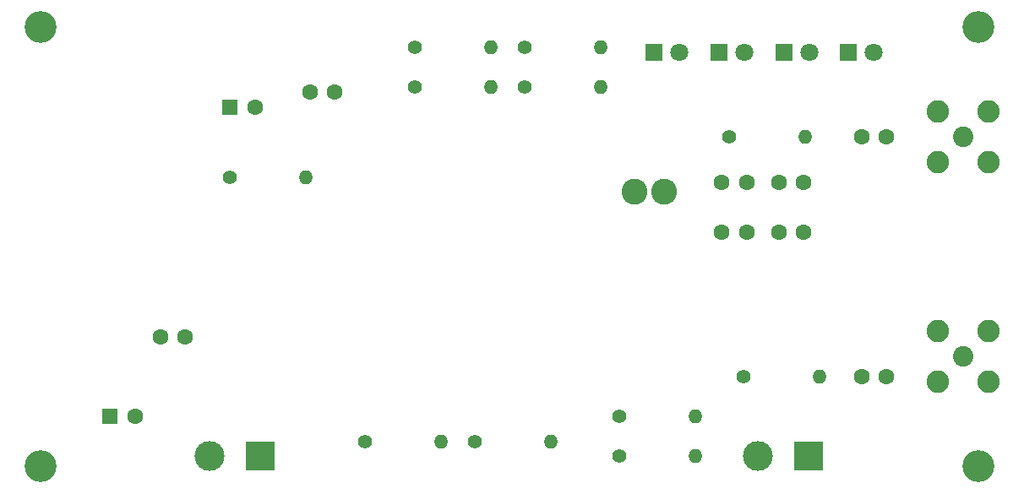
<source format=gbr>
%TF.GenerationSoftware,KiCad,Pcbnew,7.0.10*%
%TF.CreationDate,2024-05-23T22:50:19+08:00*%
%TF.ProjectId,pcb,7063622e-6b69-4636-9164-5f7063625858,rev?*%
%TF.SameCoordinates,Original*%
%TF.FileFunction,Soldermask,Bot*%
%TF.FilePolarity,Negative*%
%FSLAX46Y46*%
G04 Gerber Fmt 4.6, Leading zero omitted, Abs format (unit mm)*
G04 Created by KiCad (PCBNEW 7.0.10) date 2024-05-23 22:50:19*
%MOMM*%
%LPD*%
G01*
G04 APERTURE LIST*
%ADD10C,1.400000*%
%ADD11O,1.400000X1.400000*%
%ADD12R,1.800000X1.800000*%
%ADD13C,1.800000*%
%ADD14C,2.050000*%
%ADD15C,2.250000*%
%ADD16C,1.600000*%
%ADD17C,2.600000*%
%ADD18R,3.000000X3.000000*%
%ADD19C,3.000000*%
%ADD20R,1.600000X1.600000*%
%ADD21C,3.200000*%
G04 APERTURE END LIST*
D10*
%TO.C,R2*%
X120500000Y-55000000D03*
D11*
X128120000Y-55000000D03*
%TD*%
D10*
%TO.C,R3*%
X152000000Y-64000000D03*
D11*
X159620000Y-64000000D03*
%TD*%
D12*
%TO.C,D6*%
X157500000Y-55500000D03*
D13*
X160040000Y-55500000D03*
%TD*%
D10*
%TO.C,R9*%
X141000000Y-96000000D03*
D11*
X148620000Y-96000000D03*
%TD*%
D10*
%TO.C,R4*%
X120500000Y-59000000D03*
D11*
X128120000Y-59000000D03*
%TD*%
D12*
%TO.C,D1*%
X151000000Y-55500000D03*
D13*
X153540000Y-55500000D03*
%TD*%
D10*
%TO.C,R10*%
X153500000Y-88000000D03*
D11*
X161120000Y-88000000D03*
%TD*%
D14*
%TO.C,J2*%
X175500000Y-64000000D03*
D15*
X172960000Y-61460000D03*
X172960000Y-66540000D03*
X178040000Y-61460000D03*
X178040000Y-66540000D03*
%TD*%
D16*
%TO.C,C8*%
X165300000Y-64000000D03*
X167800000Y-64000000D03*
%TD*%
D14*
%TO.C,J3*%
X175500000Y-86000000D03*
D15*
X172960000Y-83460000D03*
X172960000Y-88540000D03*
X178040000Y-83460000D03*
X178040000Y-88540000D03*
%TD*%
D17*
%TO.C,L1*%
X142500000Y-69500000D03*
X145500000Y-69500000D03*
%TD*%
D10*
%TO.C,R6*%
X131500000Y-59000000D03*
D11*
X139120000Y-59000000D03*
%TD*%
D16*
%TO.C,C10*%
X157000000Y-73500000D03*
X159500000Y-73500000D03*
%TD*%
D10*
%TO.C,R5*%
X102000000Y-68000000D03*
D11*
X109620000Y-68000000D03*
%TD*%
D18*
%TO.C,J1*%
X105000000Y-96000000D03*
D19*
X99920000Y-96000000D03*
%TD*%
D16*
%TO.C,C6*%
X151300000Y-73500000D03*
X153800000Y-73500000D03*
%TD*%
D12*
%TO.C,D4*%
X144500000Y-55500000D03*
D13*
X147040000Y-55500000D03*
%TD*%
D10*
%TO.C,R7*%
X115500000Y-94500000D03*
D11*
X123120000Y-94500000D03*
%TD*%
D10*
%TO.C,R8*%
X126500000Y-94500000D03*
D11*
X134120000Y-94500000D03*
%TD*%
D20*
%TO.C,C1*%
X90000000Y-92000000D03*
D16*
X92500000Y-92000000D03*
%TD*%
D18*
%TO.C,J4*%
X160000000Y-96000000D03*
D19*
X154920000Y-96000000D03*
%TD*%
D16*
%TO.C,C4*%
X157000000Y-68500000D03*
X159500000Y-68500000D03*
%TD*%
%TO.C,C2*%
X95000000Y-84000000D03*
X97500000Y-84000000D03*
%TD*%
D10*
%TO.C,R11*%
X141000000Y-92000000D03*
D11*
X148620000Y-92000000D03*
%TD*%
D21*
%TO.C,H1*%
X83000000Y-53000000D03*
%TD*%
%TO.C,H4*%
X83000000Y-97000000D03*
%TD*%
D20*
%TO.C,C7*%
X102000000Y-61000000D03*
D16*
X104500000Y-61000000D03*
%TD*%
D12*
%TO.C,D5*%
X164000000Y-55500000D03*
D13*
X166540000Y-55500000D03*
%TD*%
D21*
%TO.C,H3*%
X177000000Y-97000000D03*
%TD*%
D10*
%TO.C,R1*%
X131500000Y-55000000D03*
D11*
X139120000Y-55000000D03*
%TD*%
D16*
%TO.C,C9*%
X165300000Y-88000000D03*
X167800000Y-88000000D03*
%TD*%
%TO.C,C5*%
X110000000Y-59500000D03*
X112500000Y-59500000D03*
%TD*%
D21*
%TO.C,H2*%
X177000000Y-53000000D03*
%TD*%
D16*
%TO.C,C3*%
X151300000Y-68500000D03*
X153800000Y-68500000D03*
%TD*%
M02*

</source>
